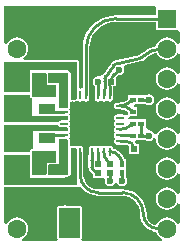
<source format=gbr>
%TF.GenerationSoftware,Altium Limited,Altium Designer,20.1.11 (218)*%
G04 Layer_Physical_Order=1*
G04 Layer_Color=255*
%FSLAX45Y45*%
%MOMM*%
%TF.SameCoordinates,14EB8A15-C646-47EE-B5EB-F16F919038EB*%
%TF.FilePolarity,Positive*%
%TF.FileFunction,Copper,L1,Top,Signal*%
%TF.Part,Single*%
G01*
G75*
%TA.AperFunction,Conductor*%
%ADD10C,0.24999*%
%TA.AperFunction,SMDPad,CuDef*%
%ADD11R,1.35000X0.95000*%
%ADD12R,0.56000X0.52000*%
%ADD13R,0.45000X0.50000*%
%ADD14R,3.70000X3.70000*%
G04:AMPARAMS|DCode=15|XSize=0.24247mm|YSize=0.75607mm|CornerRadius=0.12124mm|HoleSize=0mm|Usage=FLASHONLY|Rotation=90.000|XOffset=0mm|YOffset=0mm|HoleType=Round|Shape=RoundedRectangle|*
%AMROUNDEDRECTD15*
21,1,0.24247,0.51359,0,0,90.0*
21,1,0.00000,0.75607,0,0,90.0*
1,1,0.24247,0.25680,0.00000*
1,1,0.24247,0.25680,0.00000*
1,1,0.24247,-0.25680,0.00000*
1,1,0.24247,-0.25680,0.00000*
%
%ADD15ROUNDEDRECTD15*%
G04:AMPARAMS|DCode=16|XSize=0.75607mm|YSize=0.24247mm|CornerRadius=0.12124mm|HoleSize=0mm|Usage=FLASHONLY|Rotation=90.000|XOffset=0mm|YOffset=0mm|HoleType=Round|Shape=RoundedRectangle|*
%AMROUNDEDRECTD16*
21,1,0.75607,0.00000,0,0,90.0*
21,1,0.51359,0.24247,0,0,90.0*
1,1,0.24247,0.00000,0.25680*
1,1,0.24247,0.00000,-0.25680*
1,1,0.24247,0.00000,-0.25680*
1,1,0.24247,0.00000,0.25680*
%
%ADD16ROUNDEDRECTD16*%
%ADD17R,0.24247X0.75607*%
%ADD18R,0.55000X1.70000*%
%ADD19R,0.52000X0.56000*%
%ADD20R,0.50000X0.45000*%
%TA.AperFunction,ComponentPad*%
%ADD21C,1.60000*%
%ADD22R,1.60000X1.60000*%
%TA.AperFunction,ViaPad*%
%ADD23C,0.60000*%
G36*
X1302000Y2000000D02*
Y1933038D01*
X966000D01*
Y1933370D01*
X921828Y1929893D01*
X878743Y1919550D01*
X837807Y1902593D01*
X800027Y1879442D01*
X766335Y1850666D01*
X737558Y1816973D01*
X714407Y1779193D01*
X697450Y1738257D01*
X687107Y1695172D01*
X683630Y1651000D01*
X683962D01*
Y1321484D01*
X681675Y1318176D01*
X663962Y1306747D01*
X662000Y1307138D01*
X650294Y1325201D01*
Y1536700D01*
X649130Y1542553D01*
X645814Y1547514D01*
X640853Y1550830D01*
X635000Y1551994D01*
X186498Y1551994D01*
X180091Y1571994D01*
X194755Y1583245D01*
X209982Y1603090D01*
X219555Y1626200D01*
X222819Y1651000D01*
X219555Y1675800D01*
X209982Y1698910D01*
X194755Y1718754D01*
X174910Y1733982D01*
X151800Y1743555D01*
X127000Y1746819D01*
X102200Y1743555D01*
X79090Y1733982D01*
X59246Y1718754D01*
X44018Y1698910D01*
X40391Y1690153D01*
X20391Y1694131D01*
Y2011609D01*
X1286809D01*
X1302000Y2000000D01*
D02*
G37*
G36*
X966000Y1876962D02*
X1302000D01*
Y1810000D01*
X1492000D01*
X1503609Y1794809D01*
Y1694131D01*
X1483609Y1690153D01*
X1479982Y1698910D01*
X1464754Y1718754D01*
X1444910Y1733982D01*
X1421800Y1743555D01*
X1397000Y1746819D01*
X1372200Y1743555D01*
X1349090Y1733982D01*
X1329245Y1718754D01*
X1314018Y1698910D01*
X1304445Y1675800D01*
X1303943Y1671982D01*
X1277150Y1665550D01*
X1236214Y1648593D01*
X1198434Y1625442D01*
X1179505Y1609274D01*
X1164995Y1597215D01*
X1164503Y1597011D01*
X1164503Y1597012D01*
X1164459Y1596867D01*
X973124Y1556933D01*
X972096Y1556496D01*
X968411Y1556011D01*
X947734Y1547446D01*
X929978Y1533822D01*
X923740Y1525692D01*
X921536Y1523666D01*
X853359Y1430367D01*
X852347Y1428189D01*
X850159Y1425336D01*
X849989Y1424926D01*
X830663Y1414159D01*
X825062Y1415043D01*
X812800Y1417482D01*
X795242Y1413989D01*
X780357Y1404043D01*
X770411Y1389158D01*
X766918Y1371600D01*
X770411Y1354042D01*
X780357Y1339157D01*
X784762Y1336213D01*
Y1281992D01*
X784338Y1279859D01*
Y1255692D01*
X783962Y1253803D01*
X784345Y1251878D01*
Y1228124D01*
X786450Y1217540D01*
X792445Y1208569D01*
X801417Y1202574D01*
X812000Y1200469D01*
X822583Y1202574D01*
X831555Y1208569D01*
X842445D01*
X851417Y1202574D01*
X862000Y1200469D01*
X872583Y1202574D01*
X881555Y1208569D01*
X892445D01*
X901417Y1202574D01*
X912000Y1200469D01*
X922583Y1202574D01*
X931555Y1208569D01*
X937550Y1217540D01*
X939655Y1228124D01*
Y1251878D01*
X940038Y1253803D01*
Y1330600D01*
X969200D01*
Y1411309D01*
X972156Y1415162D01*
X972330Y1415278D01*
X985404Y1428352D01*
X990600Y1427318D01*
X1008158Y1430811D01*
X1023043Y1440757D01*
X1032989Y1455642D01*
X1036482Y1473200D01*
X1032989Y1490758D01*
X1032430Y1491595D01*
X1041559Y1513932D01*
X1177976Y1542403D01*
X1179325Y1542977D01*
X1180876Y1543181D01*
X1193647Y1548471D01*
X1203440Y1555985D01*
X1204628Y1556779D01*
X1205110Y1557500D01*
X1231451Y1579998D01*
X1261716Y1598544D01*
X1294508Y1612127D01*
X1308849Y1615570D01*
X1314018Y1603090D01*
X1329245Y1583245D01*
X1349090Y1568018D01*
X1372200Y1558445D01*
X1397000Y1555181D01*
X1421800Y1558445D01*
X1444910Y1568018D01*
X1464754Y1583245D01*
X1479982Y1603090D01*
X1483609Y1611847D01*
X1503609Y1607869D01*
Y1440131D01*
X1483609Y1436153D01*
X1479982Y1444910D01*
X1464754Y1464754D01*
X1444910Y1479982D01*
X1421800Y1489555D01*
X1397000Y1492819D01*
X1372200Y1489555D01*
X1349090Y1479982D01*
X1329245Y1464754D01*
X1314018Y1444910D01*
X1304445Y1421800D01*
X1301181Y1397000D01*
X1304445Y1372200D01*
X1314018Y1349090D01*
X1329245Y1329245D01*
X1349090Y1314018D01*
X1372200Y1304445D01*
X1397000Y1301181D01*
X1421800Y1304445D01*
X1444910Y1314018D01*
X1464754Y1329245D01*
X1479982Y1349090D01*
X1483609Y1357847D01*
X1503609Y1353869D01*
Y1186131D01*
X1483609Y1182153D01*
X1479982Y1190910D01*
X1464754Y1210754D01*
X1444910Y1225982D01*
X1421800Y1235555D01*
X1397000Y1238819D01*
X1372200Y1235555D01*
X1349090Y1225982D01*
X1329245Y1210754D01*
X1314018Y1190910D01*
X1304445Y1167800D01*
X1301181Y1143000D01*
X1304445Y1118200D01*
X1314018Y1095090D01*
X1329245Y1075245D01*
X1349090Y1060018D01*
X1372200Y1050445D01*
X1397000Y1047181D01*
X1421800Y1050445D01*
X1444910Y1060018D01*
X1464754Y1075245D01*
X1479982Y1095090D01*
X1483609Y1103847D01*
X1503609Y1099869D01*
Y932131D01*
X1483609Y928153D01*
X1479982Y936910D01*
X1464754Y956754D01*
X1444910Y971982D01*
X1421800Y981555D01*
X1397000Y984819D01*
X1372200Y981555D01*
X1349090Y971982D01*
X1329245Y956754D01*
X1314018Y936910D01*
X1308869Y924478D01*
X1288069Y926527D01*
X1286989Y931958D01*
X1277043Y946843D01*
X1262158Y956789D01*
X1244600Y960282D01*
X1242078Y959780D01*
X1221010Y974279D01*
X1220500Y978500D01*
X1220500D01*
Y1053500D01*
X1071043D01*
X1070229Y1054068D01*
X1070019Y1060392D01*
X1074924Y1068864D01*
X1089209Y1080100D01*
X1145500D01*
Y1155100D01*
X1125702D01*
X1119213Y1161700D01*
X1127597Y1181700D01*
X1219725D01*
X1227042Y1176811D01*
X1244600Y1173318D01*
X1262158Y1176811D01*
X1277043Y1186757D01*
X1286989Y1201642D01*
X1290482Y1219200D01*
X1286989Y1236758D01*
X1277043Y1251643D01*
X1262158Y1261589D01*
X1244600Y1265082D01*
X1227042Y1261589D01*
X1219725Y1256700D01*
X1065500D01*
Y1219322D01*
X1049347Y1206927D01*
X1025449Y1197028D01*
X1002627Y1194024D01*
X999803Y1194302D01*
Y1194038D01*
X997878Y1193655D01*
X974124D01*
X963540Y1191550D01*
X954569Y1185555D01*
X948574Y1176583D01*
X946469Y1166000D01*
X948574Y1155417D01*
X954569Y1146445D01*
X963540Y1140450D01*
X974124Y1138345D01*
X997878D01*
X999803Y1137962D01*
Y1137754D01*
X1002818Y1138051D01*
X1028474Y1134674D01*
X1055191Y1123607D01*
X1065500Y1115697D01*
Y1097936D01*
X1065500Y1097824D01*
X1065500Y1097823D01*
X1065500Y1090931D01*
X1045500Y1084863D01*
X1045038Y1085555D01*
X1036066Y1091550D01*
X1025483Y1093655D01*
X974124D01*
X963540Y1091550D01*
X954569Y1085555D01*
X948574Y1076583D01*
X946469Y1066000D01*
X948574Y1055417D01*
X954569Y1046445D01*
Y1035555D01*
X948574Y1026583D01*
X946469Y1016000D01*
X948574Y1005417D01*
X954569Y996445D01*
Y985555D01*
X948574Y976583D01*
X946469Y966000D01*
X948574Y955417D01*
X952925Y941000D01*
X948574Y926583D01*
X946469Y916000D01*
X948574Y905417D01*
X954569Y896445D01*
Y885555D01*
X948574Y876583D01*
X946469Y866000D01*
X948574Y855417D01*
X954569Y846445D01*
X963540Y840450D01*
X974124Y838345D01*
X997878D01*
X999803Y837962D01*
X1052600D01*
X1053238Y838089D01*
X1066842Y835383D01*
X1076600Y828863D01*
Y758000D01*
X1158600D01*
Y844000D01*
X1139614D01*
X1129592Y859622D01*
X1138479Y876900D01*
X1219725D01*
X1227042Y872011D01*
X1244600Y868518D01*
X1262158Y872011D01*
X1277043Y881957D01*
X1281965Y889322D01*
X1283639Y889294D01*
X1301942Y883220D01*
X1304445Y864200D01*
X1314018Y841090D01*
X1329245Y821246D01*
X1349090Y806018D01*
X1372200Y796445D01*
X1397000Y793181D01*
X1421800Y796445D01*
X1444910Y806018D01*
X1464754Y821246D01*
X1479982Y841090D01*
X1483609Y849847D01*
X1503609Y845869D01*
Y678131D01*
X1483609Y674153D01*
X1479982Y682910D01*
X1464754Y702754D01*
X1444910Y717982D01*
X1421800Y727555D01*
X1397000Y730819D01*
X1372200Y727555D01*
X1349090Y717982D01*
X1329245Y702754D01*
X1314018Y682910D01*
X1304445Y659800D01*
X1301181Y635000D01*
X1304445Y610200D01*
X1314018Y587090D01*
X1329245Y567245D01*
X1349090Y552018D01*
X1372200Y542445D01*
X1397000Y539181D01*
X1421800Y542445D01*
X1444910Y552018D01*
X1464754Y567245D01*
X1479982Y587090D01*
X1483609Y595847D01*
X1503609Y591869D01*
Y424131D01*
X1483609Y420153D01*
X1479982Y428910D01*
X1464754Y448754D01*
X1444910Y463982D01*
X1421800Y473555D01*
X1397000Y476819D01*
X1372200Y473555D01*
X1349090Y463982D01*
X1329245Y448754D01*
X1314018Y428910D01*
X1304445Y405800D01*
X1301181Y381000D01*
X1304445Y356200D01*
X1314018Y333090D01*
X1329245Y313245D01*
X1349090Y298018D01*
X1372200Y288445D01*
X1397000Y285181D01*
X1421800Y288445D01*
X1444910Y298018D01*
X1464754Y313245D01*
X1479982Y333090D01*
X1483609Y341847D01*
X1503609Y337869D01*
Y170131D01*
X1483609Y166153D01*
X1479982Y174910D01*
X1464754Y194755D01*
X1444910Y209982D01*
X1421800Y219555D01*
X1397000Y222819D01*
X1372200Y219555D01*
X1349090Y209982D01*
X1329245Y194755D01*
X1314018Y174910D01*
X1306421Y156569D01*
X1295890Y157955D01*
X1272679Y167570D01*
X1252747Y182864D01*
X1237452Y202797D01*
X1227837Y226008D01*
X1227097Y231630D01*
X1225024Y250771D01*
X1225036Y250917D01*
X1222424Y284100D01*
X1214654Y316465D01*
X1201916Y347216D01*
X1184524Y375597D01*
X1162961Y400845D01*
X1163149Y401037D01*
X1163184Y401074D01*
X1163149Y401117D01*
X1148251Y413342D01*
X1148129Y413443D01*
X1148115Y413454D01*
X1132543Y426234D01*
X1097625Y444898D01*
X1059737Y456391D01*
X1020335Y460272D01*
Y459838D01*
X812800D01*
X812361Y459751D01*
X788825Y462069D01*
X765771Y469062D01*
X744525Y480419D01*
X725902Y495702D01*
X710619Y514325D01*
X699262Y535571D01*
X692269Y558625D01*
X689951Y582161D01*
X690038Y582600D01*
Y778197D01*
X689655Y780122D01*
Y803876D01*
X687550Y814460D01*
X681555Y823431D01*
X672583Y829426D01*
X662000Y831531D01*
X659124Y830959D01*
X639124Y831000D01*
X639123Y831000D01*
X584877D01*
X574094Y846534D01*
Y853423D01*
X575426Y855417D01*
X577531Y866000D01*
X575426Y876583D01*
X575187Y876942D01*
X573194Y883696D01*
X573160Y883914D01*
X573101Y884010D01*
X569432Y896445D01*
X575426Y905417D01*
X577531Y916000D01*
X575426Y926583D01*
X569543Y935740D01*
X576130Y946648D01*
X577294Y952500D01*
Y964806D01*
X577531Y966000D01*
X577294Y967194D01*
Y977808D01*
X577188Y978339D01*
X577256Y978876D01*
X576610Y981246D01*
X576130Y983660D01*
X575759Y984369D01*
X575687Y984633D01*
X569431Y996445D01*
X575426Y1005417D01*
X577531Y1016000D01*
X575426Y1026583D01*
X569431Y1035555D01*
X572929Y1045126D01*
X573368Y1047330D01*
X574020Y1049479D01*
X573945Y1050234D01*
X574093Y1050978D01*
Y1053422D01*
X575426Y1055417D01*
X577531Y1066000D01*
X575426Y1076583D01*
X574093Y1078578D01*
Y1079500D01*
X572929Y1085353D01*
X569431Y1096445D01*
X575426Y1105417D01*
X577531Y1116000D01*
X575426Y1126583D01*
X569431Y1135555D01*
X572930Y1147497D01*
X572993Y1147812D01*
X573160Y1148086D01*
X573572Y1150725D01*
X574094Y1153349D01*
Y1153423D01*
X575426Y1155417D01*
X577531Y1166000D01*
X575426Y1176583D01*
X574094Y1178577D01*
Y1185690D01*
X581024Y1198182D01*
X601417Y1202574D01*
X612000Y1200469D01*
X622583Y1202574D01*
X622942Y1202813D01*
X629696Y1204806D01*
X629914Y1204840D01*
X630010Y1204899D01*
X642445Y1208568D01*
X651417Y1202574D01*
X662000Y1200469D01*
X672583Y1202574D01*
X681555Y1208569D01*
X692445D01*
X701417Y1202574D01*
X712000Y1200469D01*
X722583Y1202574D01*
X731555Y1208569D01*
X737550Y1217540D01*
X739655Y1228124D01*
Y1251878D01*
X740038Y1253803D01*
Y1651000D01*
X739869Y1651850D01*
X742587Y1686385D01*
X750873Y1720899D01*
X764456Y1753692D01*
X783002Y1783956D01*
X806054Y1810946D01*
X833044Y1833998D01*
X863308Y1852544D01*
X896101Y1866127D01*
X930615Y1874413D01*
X965150Y1877131D01*
X966000Y1876962D01*
D02*
G37*
G36*
X377000Y1438000D02*
Y1356000D01*
X381000D01*
Y1346200D01*
X457200D01*
Y1244600D01*
X254000D01*
Y1447800D01*
X369999D01*
X377000Y1438000D01*
D02*
G37*
G36*
X635000Y1282776D02*
X634345Y1279483D01*
Y1228124D01*
X624651Y1219200D01*
X584200D01*
Y1447800D01*
X584200Y1447800D01*
X577894Y1453516D01*
X570668Y1458345D01*
X570281Y1459281D01*
X567617Y1460384D01*
X563760Y1462962D01*
X548053Y1469467D01*
X531379Y1472783D01*
X522879Y1473199D01*
X241300Y1473200D01*
Y1456336D01*
X237764Y1447800D01*
Y1428385D01*
X237011Y1427258D01*
X233518Y1409700D01*
X237011Y1392142D01*
X237764Y1391015D01*
Y1364885D01*
X237011Y1363758D01*
X233518Y1346200D01*
X237011Y1328642D01*
X237764Y1327515D01*
Y1301385D01*
X237011Y1300258D01*
X233518Y1282700D01*
X220818Y1282700D01*
X20391Y1282700D01*
Y1536700D01*
X635000Y1536700D01*
Y1282776D01*
D02*
G37*
G36*
X558800Y1153349D02*
X549876Y1143655D01*
X526122D01*
X524197Y1144038D01*
X482600D01*
Y1358900D01*
X465736D01*
X457200Y1362436D01*
X394570D01*
X393700Y1364537D01*
Y1447800D01*
X558800D01*
Y1153349D01*
D02*
G37*
G36*
X237764Y1244600D02*
X242519Y1233119D01*
X253999Y1228364D01*
X254000Y1079500D01*
X298500D01*
Y1079200D01*
X463500D01*
Y1079500D01*
X558799D01*
Y1050978D01*
X549876Y1043655D01*
X498517D01*
X487934Y1041550D01*
X478962Y1035555D01*
X474382Y1028700D01*
X20391Y1028699D01*
Y1257299D01*
X237764Y1257300D01*
Y1244600D01*
D02*
G37*
G36*
X478962Y996445D02*
X487934Y990450D01*
X498517Y988345D01*
X549876D01*
X562000Y977808D01*
Y952500D01*
X463500D01*
Y952800D01*
X298500D01*
Y952500D01*
X259009D01*
X259009Y803636D01*
X254000D01*
X242519Y798881D01*
X237764Y787400D01*
Y774700D01*
X20391D01*
Y1003300D01*
X474382D01*
X478962Y996445D01*
D02*
G37*
G36*
X558800Y878651D02*
Y584200D01*
X393700D01*
Y667463D01*
X394570Y669564D01*
X457200D01*
X465736Y673100D01*
X482600D01*
Y887962D01*
X524197D01*
X526122Y888345D01*
X549876D01*
X558800Y878651D01*
D02*
G37*
G36*
X457200Y685800D02*
X381000D01*
Y676000D01*
X377000D01*
Y594000D01*
X369999Y584200D01*
X254000D01*
Y787400D01*
X457200D01*
Y685800D01*
D02*
G37*
G36*
X634345Y803876D02*
Y780122D01*
X633962Y778197D01*
Y582600D01*
X633638D01*
X635000Y568769D01*
Y495300D01*
X20391Y495300D01*
Y749300D01*
X233518Y749300D01*
X237011Y731742D01*
X237764Y730615D01*
Y704485D01*
X237011Y703358D01*
X233518Y685800D01*
X237011Y668242D01*
X237764Y667115D01*
Y640985D01*
X237011Y639858D01*
X233518Y622300D01*
X237011Y604742D01*
X237764Y603615D01*
Y584200D01*
X241300Y575664D01*
Y558800D01*
X522879D01*
X531379Y559217D01*
X548053Y562534D01*
X563759Y569039D01*
X567613Y571615D01*
X570281Y572719D01*
X570669Y573656D01*
X577894Y578484D01*
X584200Y584200D01*
Y812800D01*
X624651D01*
X634345Y803876D01*
D02*
G37*
G36*
X660400Y50800D02*
X482600D01*
Y304800D01*
X660400D01*
Y50800D01*
D02*
G37*
G36*
X666140Y480251D02*
X686113Y455913D01*
X713263Y433632D01*
X744238Y417076D01*
X777847Y406880D01*
X812800Y403438D01*
Y403762D01*
X1020335D01*
X1021142Y403923D01*
X1048759Y401203D01*
X1076091Y392911D01*
X1101281Y379447D01*
X1108393Y373610D01*
X1123219Y361131D01*
X1123223Y361124D01*
X1123228Y361121D01*
X1135742Y346317D01*
X1142808Y337707D01*
X1157244Y310699D01*
X1166134Y281394D01*
X1167238Y270180D01*
X1168665Y250761D01*
X1168665D01*
X1171574Y221235D01*
X1180232Y192692D01*
X1194292Y166388D01*
X1213214Y143331D01*
X1236270Y124410D01*
X1262575Y110350D01*
X1291117Y101691D01*
X1305232Y100301D01*
X1314018Y79090D01*
X1329245Y59246D01*
X1349090Y44018D01*
X1357847Y40391D01*
X1353869Y20391D01*
X677888D01*
X671960Y37797D01*
X671485Y40391D01*
X674530Y44947D01*
X675694Y50800D01*
Y304800D01*
X674530Y310653D01*
X671214Y315614D01*
X666253Y318930D01*
X660400Y320094D01*
X553495D01*
X550958Y321789D01*
X533400Y325282D01*
X515842Y321789D01*
X513305Y320094D01*
X482600D01*
X476747Y318930D01*
X471786Y315614D01*
X468470Y310653D01*
X467306Y304800D01*
Y50800D01*
X468470Y44947D01*
X471515Y40391D01*
X471040Y37797D01*
X465112Y20391D01*
X170131D01*
X166153Y40391D01*
X174910Y44018D01*
X194755Y59246D01*
X209982Y79090D01*
X219555Y102200D01*
X222819Y127000D01*
X219555Y151800D01*
X209982Y174910D01*
X194755Y194755D01*
X174910Y209982D01*
X151800Y219555D01*
X127000Y222819D01*
X102200Y219555D01*
X79090Y209982D01*
X59246Y194755D01*
X44018Y174910D01*
X40391Y166153D01*
X20391Y170131D01*
Y480006D01*
X635000Y480006D01*
X640853Y481170D01*
X641820Y481817D01*
X655033Y482565D01*
X666140Y480251D01*
D02*
G37*
%LPC*%
G36*
X912000Y831531D02*
X901417Y829426D01*
X892445Y823431D01*
X881555D01*
X872583Y829426D01*
X862000Y831531D01*
X851417Y829426D01*
X842445Y823431D01*
X831555D01*
X822583Y829426D01*
X812000Y831531D01*
X801417Y829426D01*
X792445Y823431D01*
X781555D01*
X772583Y829426D01*
X762000Y831531D01*
X751417Y829426D01*
X742445Y823431D01*
X736450Y814460D01*
X734345Y803876D01*
Y780743D01*
X733979Y779196D01*
X731298Y703979D01*
X731458Y702992D01*
X731453Y702955D01*
X731263Y702000D01*
Y646000D01*
X731453Y645045D01*
X733217Y631642D01*
X738759Y618263D01*
X747575Y606775D01*
X754030Y601821D01*
X756293Y599592D01*
X771800Y589398D01*
Y553000D01*
X852025D01*
X871139Y546577D01*
X868518Y533400D01*
X872011Y515842D01*
X881957Y500957D01*
X896842Y491011D01*
X914400Y487518D01*
X931958Y491011D01*
X946843Y500957D01*
X954089Y511800D01*
X962371Y513515D01*
X968029D01*
X976311Y511800D01*
X983557Y500957D01*
X998442Y491011D01*
X1016000Y487518D01*
X1033558Y491011D01*
X1048443Y500957D01*
X1058389Y515842D01*
X1061882Y533400D01*
X1058389Y550958D01*
X1053500Y558275D01*
Y632500D01*
Y712500D01*
X1037797D01*
X1034077Y724763D01*
X1021867Y747607D01*
X1005434Y767631D01*
X985411Y784063D01*
X962566Y796274D01*
X939655Y803224D01*
Y803876D01*
X937550Y814460D01*
X931555Y823431D01*
X922583Y829426D01*
X912000Y831531D01*
D02*
G37*
%LPD*%
D10*
X1364407Y1651000D02*
G03*
X1184802Y1576605I0J-254000D01*
G01*
X1172248Y1569850D02*
G03*
X1184802Y1576605I-5077J24479D01*
G01*
X978852Y1529486D02*
G03*
X944174Y1507123I11748J-56286D01*
G01*
X875997Y1413824D02*
G03*
X870704Y1398014I22203J-16225D01*
G01*
X870147Y1367417D02*
G03*
X870294Y1370830I-57347J4183D01*
G01*
X759318Y702980D02*
G03*
X759301Y702000I27482J-980D01*
G01*
Y646000D02*
G03*
X771694Y623021I27499J0D01*
G01*
X966000Y1905000D02*
G03*
X712000Y1651000I0J-254000D01*
G01*
X662000Y582600D02*
G03*
X812800Y431800I150800J0D01*
G01*
X1143049Y380950D02*
G03*
X1020335Y431800I-122715J-122648D01*
G01*
X1196882Y250791D02*
G03*
X1320800Y127000I123918J127D01*
G01*
X1196882Y250791D02*
G03*
X1143050Y380950I-183965J126D01*
G01*
X999803Y1166000D02*
G03*
X1089421Y1203121I0J126738D01*
G01*
X1097615Y1125485D02*
G03*
X999803Y1166000I-97812J-97812D01*
G01*
Y966000D02*
G03*
X1094884Y1005384I0J134464D01*
G01*
X1105500Y914400D02*
G03*
X1101637Y916000I-3863J-3863D01*
G01*
X1016000Y674197D02*
G03*
X912000Y778197I-104000J0D01*
G01*
X1014804Y675393D02*
G03*
X1014800Y675396I-2900J-2893D01*
G01*
X1016000Y672500D02*
G03*
X1014804Y675393I-4096J0D01*
G01*
X1117600Y801000D02*
G03*
X1052600Y866000I-65000J0D01*
G01*
X862000Y778197D02*
G03*
X898626Y689774I125049J0D01*
G01*
X952504Y1435104D02*
G03*
X926200Y1371600I63504J-63504D01*
G01*
D02*
G03*
X912000Y1337318I34282J-34282D01*
G01*
X929805Y1183805D02*
G03*
X1004200Y1363410I-179605J179605D01*
G01*
X1364407Y1651000D02*
X1397000D01*
X1184802Y1576605D02*
Y1576605D01*
X978852Y1529486D02*
X1172248Y1569850D01*
X875997Y1413824D02*
X944174Y1507123D01*
X870294Y1370830D02*
X870704Y1398014D01*
X862000Y1253803D02*
X870147Y1367417D01*
X759318Y702980D02*
X762000Y778197D01*
X771694Y623021D02*
X812800Y596000D01*
X759301Y646000D02*
Y702000D01*
X1180500Y914400D02*
X1244600D01*
X1180500D02*
Y1016000D01*
X381000Y1116300D02*
X381300Y1116000D01*
X1180500Y1016000D02*
X1183614Y1019114D01*
X812800Y1280283D02*
Y1371600D01*
X812376Y1279859D02*
X812800Y1280283D01*
X812376Y1254179D02*
Y1279859D01*
X812000Y1253803D02*
X812376Y1254179D01*
X966000Y1905000D02*
X1397000D01*
X712000Y1253803D02*
Y1651000D01*
X812800Y431800D02*
X1020335D01*
X662000Y582600D02*
Y778197D01*
X1320800Y127000D02*
X1397000D01*
X1016000Y533400D02*
Y597500D01*
X914400Y533400D02*
Y596000D01*
X762000Y1168400D02*
Y1253803D01*
X1180500Y1117600D02*
X1244600D01*
X1180500Y1219200D02*
X1244600D01*
X1097615Y1125485D02*
X1105500Y1117600D01*
X1089421Y1203121D02*
X1105500Y1219200D01*
X1094884Y1005384D02*
X1105500Y1016000D01*
X999803Y916000D02*
X1101637D01*
X1014800Y675396D02*
X1014804Y675393D01*
X999803Y866000D02*
X1052600D01*
X1016000Y672500D02*
Y674197D01*
X898626Y689774D02*
X914400Y674000D01*
X912000Y1253803D02*
Y1337318D01*
X952504Y1435104D02*
X990600Y1473200D01*
X914400Y1168400D02*
X929805Y1183805D01*
X1004200Y1363410D02*
Y1371600D01*
X812000Y778197D02*
X812376Y777821D01*
Y674424D02*
Y777821D01*
Y674424D02*
X812800Y674000D01*
X1004200Y1371600D02*
X1006200D01*
X712000Y778197D02*
Y862800D01*
X711200Y863600D02*
X712000Y862800D01*
X916000Y1116000D02*
X999803D01*
X914400Y1117600D02*
X916000Y1116000D01*
X381300D02*
X524197D01*
X381300Y916000D02*
X524197D01*
X381000Y915700D02*
X381300Y916000D01*
D11*
X381000Y1141700D02*
D03*
Y1296700D02*
D03*
Y890300D02*
D03*
Y735300D02*
D03*
D12*
X342000Y1397000D02*
D03*
X420000D02*
D03*
X342000Y635000D02*
D03*
X420000D02*
D03*
X926200Y1371600D02*
D03*
X1004200D02*
D03*
D13*
X1016000Y597500D02*
D03*
Y672500D02*
D03*
D14*
X762000Y1016000D02*
D03*
D15*
X524197Y866000D02*
D03*
Y916000D02*
D03*
Y966000D02*
D03*
Y1016000D02*
D03*
Y1066000D02*
D03*
Y1116000D02*
D03*
Y1166000D02*
D03*
X999803D02*
D03*
Y1116000D02*
D03*
Y1066000D02*
D03*
Y1016000D02*
D03*
Y966000D02*
D03*
Y916000D02*
D03*
Y866000D02*
D03*
D16*
X612000Y1253803D02*
D03*
X662000D02*
D03*
X712000D02*
D03*
X762000D02*
D03*
X812000D02*
D03*
X862000D02*
D03*
X912000D02*
D03*
Y778197D02*
D03*
X862000D02*
D03*
X812000D02*
D03*
X762000D02*
D03*
X712000D02*
D03*
X662000D02*
D03*
D17*
X612000D02*
D03*
D18*
X604500Y177800D02*
D03*
X919500D02*
D03*
D19*
X812800Y596000D02*
D03*
Y674000D02*
D03*
X1117600Y801000D02*
D03*
Y723000D02*
D03*
X914400Y596000D02*
D03*
Y674000D02*
D03*
D20*
X1180500Y914400D02*
D03*
X1105500D02*
D03*
X1180500Y1016000D02*
D03*
X1105500D02*
D03*
X1180500Y1219200D02*
D03*
X1105500D02*
D03*
X1180500Y1117600D02*
D03*
X1105500D02*
D03*
D21*
X1397000Y635000D02*
D03*
X127000Y127000D02*
D03*
Y381000D02*
D03*
Y889000D02*
D03*
Y1397000D02*
D03*
Y1651000D02*
D03*
Y1143000D02*
D03*
Y635000D02*
D03*
X1397000Y127000D02*
D03*
Y381000D02*
D03*
Y889000D02*
D03*
Y1397000D02*
D03*
Y1651000D02*
D03*
Y1143000D02*
D03*
D22*
X127000Y1905000D02*
D03*
X1397000D02*
D03*
D23*
X533400Y139700D02*
D03*
X609600Y1168400D02*
D03*
Y1092200D02*
D03*
Y1016000D02*
D03*
X685800Y1168400D02*
D03*
Y1092200D02*
D03*
Y1016000D02*
D03*
X762000Y1168400D02*
D03*
Y1092200D02*
D03*
Y1016000D02*
D03*
X838200Y1168400D02*
D03*
Y1092200D02*
D03*
Y1016000D02*
D03*
X609600Y939800D02*
D03*
X685800D02*
D03*
X762000D02*
D03*
X838200D02*
D03*
X914400Y1168400D02*
D03*
Y1092200D02*
D03*
Y1016000D02*
D03*
Y939800D02*
D03*
X762000Y863600D02*
D03*
X838200D02*
D03*
X685800D02*
D03*
X609600D02*
D03*
X914400D02*
D03*
X990600Y139700D02*
D03*
Y215900D02*
D03*
X533400D02*
D03*
X508000Y685800D02*
D03*
Y622300D02*
D03*
X279400Y685800D02*
D03*
Y622300D02*
D03*
X508000Y1346200D02*
D03*
Y1409700D02*
D03*
X279400Y1346200D02*
D03*
Y1409700D02*
D03*
X1244600Y914400D02*
D03*
X508000Y1282700D02*
D03*
X279400D02*
D03*
X812800Y1371600D02*
D03*
X1016000Y533400D02*
D03*
X914400D02*
D03*
X990600Y279400D02*
D03*
X1244600Y1219200D02*
D03*
Y1117600D02*
D03*
X990600Y1473200D02*
D03*
Y76200D02*
D03*
X533400D02*
D03*
Y279400D02*
D03*
X508000Y749300D02*
D03*
X279400D02*
D03*
%TF.MD5,b6e2697a148d0548598bd0b353a19b76*%
M02*

</source>
